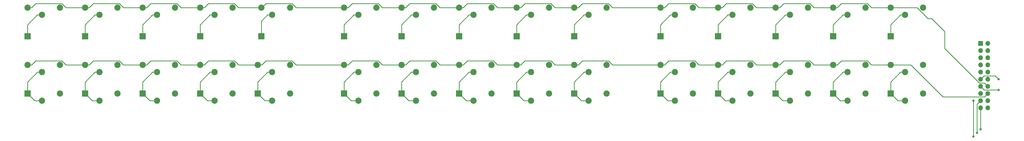
<source format=gbr>
G04 #@! TF.GenerationSoftware,KiCad,Pcbnew,5.1.4-e60b266~84~ubuntu18.04.1*
G04 #@! TF.CreationDate,2019-09-03T19:41:16+02:00*
G04 #@! TF.ProjectId,xFaders_keys,78466164-6572-4735-9f6b-6579732e6b69,rev?*
G04 #@! TF.SameCoordinates,Original*
G04 #@! TF.FileFunction,Copper,L2,Bot*
G04 #@! TF.FilePolarity,Positive*
%FSLAX46Y46*%
G04 Gerber Fmt 4.6, Leading zero omitted, Abs format (unit mm)*
G04 Created by KiCad (PCBNEW 5.1.4-e60b266~84~ubuntu18.04.1) date 2019-09-03 19:41:16*
%MOMM*%
%LPD*%
G04 APERTURE LIST*
%ADD10C,2.200000*%
%ADD11O,2.200000X2.200000*%
%ADD12R,2.200000X2.200000*%
%ADD13O,1.700000X1.700000*%
%ADD14R,1.700000X1.700000*%
%ADD15C,0.800000*%
%ADD16C,0.250000*%
G04 APERTURE END LIST*
D10*
X133350000Y-147320000D03*
X139700000Y-144780000D03*
X356870000Y-147320000D03*
X363220000Y-144780000D03*
D11*
X351790000Y-165100000D03*
D12*
X351790000Y-175260000D03*
D11*
X331470000Y-165100000D03*
D12*
X331470000Y-175260000D03*
D11*
X311150000Y-165100000D03*
D12*
X311150000Y-175260000D03*
D11*
X290830000Y-165100000D03*
D12*
X290830000Y-175260000D03*
D11*
X270510000Y-165100000D03*
D12*
X270510000Y-175260000D03*
D11*
X351790000Y-144780000D03*
D12*
X351790000Y-154940000D03*
D11*
X331470000Y-144780000D03*
D12*
X331470000Y-154940000D03*
D11*
X311150000Y-144780000D03*
D12*
X311150000Y-154940000D03*
D11*
X290830000Y-144780000D03*
D12*
X290830000Y-154940000D03*
D11*
X270510000Y-144780000D03*
D12*
X270510000Y-154940000D03*
D11*
X240030000Y-165100000D03*
D12*
X240030000Y-175260000D03*
D11*
X219710000Y-165100000D03*
D12*
X219710000Y-175260000D03*
D11*
X199390000Y-165100000D03*
D12*
X199390000Y-175260000D03*
D11*
X179070000Y-165100000D03*
D12*
X179070000Y-175260000D03*
D11*
X158750000Y-165100000D03*
D12*
X158750000Y-175260000D03*
D11*
X240030000Y-144780000D03*
D12*
X240030000Y-154940000D03*
D11*
X219710000Y-144780000D03*
D12*
X219710000Y-154940000D03*
D11*
X199390000Y-144780000D03*
D12*
X199390000Y-154940000D03*
D11*
X179070000Y-144780000D03*
D12*
X179070000Y-154940000D03*
D11*
X158750000Y-144780000D03*
D12*
X158750000Y-154940000D03*
D11*
X128270000Y-165100000D03*
D12*
X128270000Y-175260000D03*
D11*
X107950000Y-165100000D03*
D12*
X107950000Y-175260000D03*
D11*
X87630000Y-165100000D03*
D12*
X87630000Y-175260000D03*
D11*
X67310000Y-165100000D03*
D12*
X67310000Y-175260000D03*
D11*
X46990000Y-165100000D03*
D12*
X46990000Y-175260000D03*
D11*
X129540000Y-144780000D03*
D12*
X129540000Y-154940000D03*
D11*
X107950000Y-144780000D03*
D12*
X107950000Y-154940000D03*
D11*
X87630000Y-144780000D03*
D12*
X87630000Y-154940000D03*
D11*
X67310000Y-144780000D03*
D12*
X67310000Y-154940000D03*
D11*
X46990000Y-144780000D03*
D12*
X46990000Y-154940000D03*
D10*
X356870000Y-177800000D03*
X363220000Y-175260000D03*
X356870000Y-167640000D03*
X363220000Y-165100000D03*
X336550000Y-177800000D03*
X342900000Y-175260000D03*
X316230000Y-177800000D03*
X322580000Y-175260000D03*
X295910000Y-177800000D03*
X302260000Y-175260000D03*
X275590000Y-167640000D03*
X281940000Y-165100000D03*
X336550000Y-167640000D03*
X342900000Y-165100000D03*
X316230000Y-167640000D03*
X322580000Y-165100000D03*
X295910000Y-167640000D03*
X302260000Y-165100000D03*
X275590000Y-177800000D03*
X281940000Y-175260000D03*
X336550000Y-147320000D03*
X342900000Y-144780000D03*
X316230000Y-147320000D03*
X322580000Y-144780000D03*
X295910000Y-147320000D03*
X302260000Y-144780000D03*
X275590000Y-147320000D03*
X281940000Y-144780000D03*
X245110000Y-177800000D03*
X251460000Y-175260000D03*
X224790000Y-177800000D03*
X231140000Y-175260000D03*
X204470000Y-177800000D03*
X210820000Y-175260000D03*
X184150000Y-177800000D03*
X190500000Y-175260000D03*
X163830000Y-177800000D03*
X170180000Y-175260000D03*
X245110000Y-167640000D03*
X251460000Y-165100000D03*
X224790000Y-167640000D03*
X231140000Y-165100000D03*
X204470000Y-167640000D03*
X210820000Y-165100000D03*
X184150000Y-167640000D03*
X190500000Y-165100000D03*
X163830000Y-167640000D03*
X170180000Y-165100000D03*
X245110000Y-147320000D03*
X251460000Y-144780000D03*
X224790000Y-147320000D03*
X231140000Y-144780000D03*
X204470000Y-147320000D03*
X210820000Y-144780000D03*
X184150000Y-147320000D03*
X190500000Y-144780000D03*
X163830000Y-147320000D03*
X170180000Y-144780000D03*
X133350000Y-177800000D03*
X139700000Y-175260000D03*
X113030000Y-177800000D03*
X119380000Y-175260000D03*
X92710000Y-177800000D03*
X99060000Y-175260000D03*
X72390000Y-177800000D03*
X78740000Y-175260000D03*
X52070000Y-177800000D03*
X58420000Y-175260000D03*
X133350000Y-167640000D03*
X139700000Y-165100000D03*
X113030000Y-167640000D03*
X119380000Y-165100000D03*
X92710000Y-167640000D03*
X99060000Y-165100000D03*
X72390000Y-167640000D03*
X78740000Y-165100000D03*
X52070000Y-167640000D03*
X58420000Y-165100000D03*
X113030000Y-147320000D03*
X119380000Y-144780000D03*
X92710000Y-147320000D03*
X99060000Y-144780000D03*
X72390000Y-147320000D03*
X78740000Y-144780000D03*
X52070000Y-147320000D03*
X58420000Y-144780000D03*
D13*
X386080000Y-180340000D03*
X383540000Y-180340000D03*
X386080000Y-177800000D03*
X383540000Y-177800000D03*
X386080000Y-175260000D03*
X383540000Y-175260000D03*
X386080000Y-172720000D03*
X383540000Y-172720000D03*
X386080000Y-170180000D03*
X383540000Y-170180000D03*
X386080000Y-167640000D03*
X383540000Y-167640000D03*
X386080000Y-165100000D03*
X383540000Y-165100000D03*
X386080000Y-162560000D03*
X383540000Y-162560000D03*
X386080000Y-160020000D03*
X383540000Y-160020000D03*
X386080000Y-157480000D03*
D14*
X383540000Y-157480000D03*
D15*
X383540000Y-187960000D03*
X382270000Y-189230000D03*
X381000000Y-190500000D03*
X381000000Y-177800000D03*
X389890000Y-173990000D03*
X389890000Y-170180000D03*
D16*
X383540000Y-187960000D02*
X383540000Y-180340000D01*
X382270000Y-179070000D02*
X383540000Y-177800000D01*
X382270000Y-189230000D02*
X382270000Y-179070000D01*
X332920000Y-165100000D02*
X331470000Y-165100000D01*
X334345001Y-163674999D02*
X332920000Y-165100000D01*
X343584001Y-163674999D02*
X334345001Y-163674999D01*
X345009002Y-165100000D02*
X343584001Y-163674999D01*
X351790000Y-165100000D02*
X345009002Y-165100000D01*
X314025001Y-163674999D02*
X312600000Y-165100000D01*
X323264001Y-163674999D02*
X314025001Y-163674999D01*
X324689002Y-165100000D02*
X323264001Y-163674999D01*
X312600000Y-165100000D02*
X311150000Y-165100000D01*
X331470000Y-165100000D02*
X324689002Y-165100000D01*
X292280000Y-165100000D02*
X290830000Y-165100000D01*
X293705001Y-163674999D02*
X292280000Y-165100000D01*
X304369002Y-165100000D02*
X302944001Y-163674999D01*
X302944001Y-163674999D02*
X293705001Y-163674999D01*
X311150000Y-165100000D02*
X304369002Y-165100000D01*
X282624001Y-163674999D02*
X273385001Y-163674999D01*
X271960000Y-165100000D02*
X270510000Y-165100000D01*
X284049002Y-165100000D02*
X282624001Y-163674999D01*
X273385001Y-163674999D02*
X271960000Y-165100000D01*
X290830000Y-165100000D02*
X284049002Y-165100000D01*
X241480000Y-165100000D02*
X240030000Y-165100000D01*
X242905001Y-163674999D02*
X241480000Y-165100000D01*
X252144001Y-163674999D02*
X242905001Y-163674999D01*
X253569002Y-165100000D02*
X252144001Y-163674999D01*
X270510000Y-165100000D02*
X253569002Y-165100000D01*
X222585001Y-163674999D02*
X221160000Y-165100000D01*
X233249002Y-165100000D02*
X231824001Y-163674999D01*
X221160000Y-165100000D02*
X219710000Y-165100000D01*
X231824001Y-163674999D02*
X222585001Y-163674999D01*
X240030000Y-165100000D02*
X233249002Y-165100000D01*
X202265001Y-163674999D02*
X200840000Y-165100000D01*
X200840000Y-165100000D02*
X199390000Y-165100000D01*
X211504001Y-163674999D02*
X202265001Y-163674999D01*
X212929002Y-165100000D02*
X211504001Y-163674999D01*
X219710000Y-165100000D02*
X212929002Y-165100000D01*
X180520000Y-165100000D02*
X179070000Y-165100000D01*
X191184001Y-163674999D02*
X181945001Y-163674999D01*
X181945001Y-163674999D02*
X180520000Y-165100000D01*
X192609002Y-165100000D02*
X191184001Y-163674999D01*
X199390000Y-165100000D02*
X192609002Y-165100000D01*
X160200000Y-165100000D02*
X158750000Y-165100000D01*
X161625001Y-163674999D02*
X160200000Y-165100000D01*
X170864001Y-163674999D02*
X161625001Y-163674999D01*
X172289002Y-165100000D02*
X170864001Y-163674999D01*
X179070000Y-165100000D02*
X172289002Y-165100000D01*
X129720000Y-165100000D02*
X128270000Y-165100000D01*
X131145001Y-163674999D02*
X129720000Y-165100000D01*
X140384001Y-163674999D02*
X131145001Y-163674999D01*
X141809002Y-165100000D02*
X140384001Y-163674999D01*
X110825001Y-163674999D02*
X109400000Y-165100000D01*
X120064001Y-163674999D02*
X110825001Y-163674999D01*
X121489002Y-165100000D02*
X120064001Y-163674999D01*
X109400000Y-165100000D02*
X107950000Y-165100000D01*
X128270000Y-165100000D02*
X121489002Y-165100000D01*
X89080000Y-165100000D02*
X87630000Y-165100000D01*
X99744001Y-163674999D02*
X90505001Y-163674999D01*
X101169002Y-165100000D02*
X99744001Y-163674999D01*
X90505001Y-163674999D02*
X89080000Y-165100000D01*
X107950000Y-165100000D02*
X101169002Y-165100000D01*
X68760000Y-165100000D02*
X67310000Y-165100000D01*
X70185001Y-163674999D02*
X68760000Y-165100000D01*
X79424001Y-163674999D02*
X70185001Y-163674999D01*
X80849002Y-165100000D02*
X79424001Y-163674999D01*
X87630000Y-165100000D02*
X80849002Y-165100000D01*
X48440000Y-165100000D02*
X46990000Y-165100000D01*
X49865001Y-163674999D02*
X48440000Y-165100000D01*
X59104001Y-163674999D02*
X49865001Y-163674999D01*
X60529002Y-165100000D02*
X59104001Y-163674999D01*
X67310000Y-165100000D02*
X60529002Y-165100000D01*
X384904999Y-176435001D02*
X385230001Y-176109999D01*
X385230001Y-176109999D02*
X386080000Y-175260000D01*
X358940998Y-165100000D02*
X370275999Y-176435001D01*
X370275999Y-176435001D02*
X384904999Y-176435001D01*
X351790000Y-165100000D02*
X358940998Y-165100000D01*
X141809002Y-165100000D02*
X158750000Y-165100000D01*
X381000000Y-190500000D02*
X381000000Y-177800000D01*
X334345001Y-143354999D02*
X332920000Y-144780000D01*
X343584001Y-143354999D02*
X334345001Y-143354999D01*
X332920000Y-144780000D02*
X331470000Y-144780000D01*
X345009002Y-144780000D02*
X343584001Y-143354999D01*
X351790000Y-144780000D02*
X345009002Y-144780000D01*
X323264001Y-143354999D02*
X314025001Y-143354999D01*
X324689002Y-144780000D02*
X323264001Y-143354999D01*
X312600000Y-144780000D02*
X311150000Y-144780000D01*
X314025001Y-143354999D02*
X312600000Y-144780000D01*
X331470000Y-144780000D02*
X324689002Y-144780000D01*
X292280000Y-144780000D02*
X290830000Y-144780000D01*
X302944001Y-143354999D02*
X293705001Y-143354999D01*
X293705001Y-143354999D02*
X292280000Y-144780000D01*
X304369002Y-144780000D02*
X302944001Y-143354999D01*
X311150000Y-144780000D02*
X304369002Y-144780000D01*
X282624001Y-143354999D02*
X273385001Y-143354999D01*
X271960000Y-144780000D02*
X270510000Y-144780000D01*
X284049002Y-144780000D02*
X282624001Y-143354999D01*
X273385001Y-143354999D02*
X271960000Y-144780000D01*
X290830000Y-144780000D02*
X284049002Y-144780000D01*
X241480000Y-144780000D02*
X240030000Y-144780000D01*
X242905001Y-143354999D02*
X241480000Y-144780000D01*
X252144001Y-143354999D02*
X242905001Y-143354999D01*
X253569002Y-144780000D02*
X252144001Y-143354999D01*
X270510000Y-144780000D02*
X253569002Y-144780000D01*
X366324001Y-148684999D02*
X370840000Y-153200998D01*
X365015997Y-148684999D02*
X366324001Y-148684999D01*
X351790000Y-144780000D02*
X361110998Y-144780000D01*
X361110998Y-144780000D02*
X365015997Y-148684999D01*
X385230001Y-171870001D02*
X386080000Y-172720000D01*
X384904999Y-171544999D02*
X385230001Y-171870001D01*
X383165997Y-171544999D02*
X384904999Y-171544999D01*
X370840000Y-159219002D02*
X383165997Y-171544999D01*
X370840000Y-153200998D02*
X370840000Y-159219002D01*
X222585001Y-143354999D02*
X221160000Y-144780000D01*
X231824001Y-143354999D02*
X222585001Y-143354999D01*
X233249002Y-144780000D02*
X231824001Y-143354999D01*
X221160000Y-144780000D02*
X219710000Y-144780000D01*
X240030000Y-144780000D02*
X233249002Y-144780000D01*
X200840000Y-144780000D02*
X199390000Y-144780000D01*
X212929002Y-144780000D02*
X211504001Y-143354999D01*
X202265001Y-143354999D02*
X200840000Y-144780000D01*
X211504001Y-143354999D02*
X202265001Y-143354999D01*
X219710000Y-144780000D02*
X212929002Y-144780000D01*
X180520000Y-144780000D02*
X179070000Y-144780000D01*
X181945001Y-143354999D02*
X180520000Y-144780000D01*
X191184001Y-143354999D02*
X181945001Y-143354999D01*
X192609002Y-144780000D02*
X191184001Y-143354999D01*
X199390000Y-144780000D02*
X192609002Y-144780000D01*
X161625001Y-143354999D02*
X160200000Y-144780000D01*
X160200000Y-144780000D02*
X158750000Y-144780000D01*
X170864001Y-143354999D02*
X161625001Y-143354999D01*
X172289002Y-144780000D02*
X170864001Y-143354999D01*
X179070000Y-144780000D02*
X172289002Y-144780000D01*
X89080000Y-144780000D02*
X87630000Y-144780000D01*
X90505001Y-143354999D02*
X89080000Y-144780000D01*
X99744001Y-143354999D02*
X90505001Y-143354999D01*
X101169002Y-144780000D02*
X99744001Y-143354999D01*
X107950000Y-144780000D02*
X101169002Y-144780000D01*
X68760000Y-144780000D02*
X67310000Y-144780000D01*
X79424001Y-143354999D02*
X70185001Y-143354999D01*
X80849002Y-144780000D02*
X79424001Y-143354999D01*
X70185001Y-143354999D02*
X68760000Y-144780000D01*
X87630000Y-144780000D02*
X80849002Y-144780000D01*
X48440000Y-144780000D02*
X46990000Y-144780000D01*
X59104001Y-143354999D02*
X49865001Y-143354999D01*
X49865001Y-143354999D02*
X48440000Y-144780000D01*
X60529002Y-144780000D02*
X59104001Y-143354999D01*
X67310000Y-144780000D02*
X60529002Y-144780000D01*
X141809002Y-144780000D02*
X158750000Y-144780000D01*
X140384001Y-143354999D02*
X141809002Y-144780000D01*
X131145001Y-143354999D02*
X140384001Y-143354999D01*
X109400000Y-144780000D02*
X110825001Y-143354999D01*
X107950000Y-144780000D02*
X109400000Y-144780000D01*
X110825001Y-143354999D02*
X120064001Y-143354999D01*
X129720000Y-144780000D02*
X131145001Y-143354999D01*
X120064001Y-143354999D02*
X121489002Y-144780000D01*
X121489002Y-144780000D02*
X129720000Y-144780000D01*
X384810000Y-173990000D02*
X383540000Y-172720000D01*
X389890000Y-173990000D02*
X384810000Y-173990000D01*
X384389999Y-169330001D02*
X383540000Y-170180000D01*
X388714999Y-169004999D02*
X384715001Y-169004999D01*
X389890000Y-170180000D02*
X388714999Y-169004999D01*
X384715001Y-169004999D02*
X384389999Y-169330001D01*
X46990000Y-150844366D02*
X50514366Y-147320000D01*
X50514366Y-147320000D02*
X52070000Y-147320000D01*
X46990000Y-154940000D02*
X46990000Y-150844366D01*
X70834366Y-147320000D02*
X72390000Y-147320000D01*
X67310000Y-150844366D02*
X70834366Y-147320000D01*
X67310000Y-154940000D02*
X67310000Y-150844366D01*
X91154366Y-147320000D02*
X92710000Y-147320000D01*
X87630000Y-150844366D02*
X91154366Y-147320000D01*
X87630000Y-154940000D02*
X87630000Y-150844366D01*
X107950000Y-153242944D02*
X107950000Y-154940000D01*
X107950000Y-150844366D02*
X107950000Y-153242944D01*
X111474366Y-147320000D02*
X107950000Y-150844366D01*
X113030000Y-147320000D02*
X111474366Y-147320000D01*
X131794366Y-147320000D02*
X133350000Y-147320000D01*
X129540000Y-149574366D02*
X131794366Y-147320000D01*
X129540000Y-154940000D02*
X129540000Y-149574366D01*
X50514366Y-167640000D02*
X52070000Y-167640000D01*
X46990000Y-171164366D02*
X50514366Y-167640000D01*
X46990000Y-175260000D02*
X46990000Y-171164366D01*
X49530000Y-177800000D02*
X46990000Y-175260000D01*
X52070000Y-177800000D02*
X49530000Y-177800000D01*
X69850000Y-177800000D02*
X67310000Y-175260000D01*
X72390000Y-177800000D02*
X69850000Y-177800000D01*
X70834366Y-167640000D02*
X72390000Y-167640000D01*
X67310000Y-171164366D02*
X70834366Y-167640000D01*
X67310000Y-175260000D02*
X67310000Y-171164366D01*
X87630000Y-173562944D02*
X87630000Y-175260000D01*
X87630000Y-171164366D02*
X87630000Y-173562944D01*
X91154366Y-167640000D02*
X87630000Y-171164366D01*
X92710000Y-167640000D02*
X91154366Y-167640000D01*
X90170000Y-177800000D02*
X87630000Y-175260000D01*
X92710000Y-177800000D02*
X90170000Y-177800000D01*
X107950000Y-171164366D02*
X107950000Y-173562944D01*
X111474366Y-167640000D02*
X107950000Y-171164366D01*
X107950000Y-173562944D02*
X107950000Y-175260000D01*
X113030000Y-167640000D02*
X111474366Y-167640000D01*
X110490000Y-177800000D02*
X107950000Y-175260000D01*
X113030000Y-177800000D02*
X110490000Y-177800000D01*
X128270000Y-173562944D02*
X128270000Y-175260000D01*
X128270000Y-171164366D02*
X128270000Y-173562944D01*
X131794366Y-167640000D02*
X128270000Y-171164366D01*
X133350000Y-167640000D02*
X131794366Y-167640000D01*
X130810000Y-177800000D02*
X128270000Y-175260000D01*
X133350000Y-177800000D02*
X130810000Y-177800000D01*
X158750000Y-153242944D02*
X158750000Y-154940000D01*
X158750000Y-150844366D02*
X158750000Y-153242944D01*
X162274366Y-147320000D02*
X158750000Y-150844366D01*
X163830000Y-147320000D02*
X162274366Y-147320000D01*
X179070000Y-153242944D02*
X179070000Y-154940000D01*
X179070000Y-150844366D02*
X179070000Y-153242944D01*
X182594366Y-147320000D02*
X179070000Y-150844366D01*
X184150000Y-147320000D02*
X182594366Y-147320000D01*
X199390000Y-153242944D02*
X199390000Y-154940000D01*
X199390000Y-150844366D02*
X199390000Y-153242944D01*
X202914366Y-147320000D02*
X199390000Y-150844366D01*
X204470000Y-147320000D02*
X202914366Y-147320000D01*
X219710000Y-150844366D02*
X219710000Y-153242944D01*
X219710000Y-153242944D02*
X219710000Y-154940000D01*
X223234366Y-147320000D02*
X219710000Y-150844366D01*
X224790000Y-147320000D02*
X223234366Y-147320000D01*
X243554366Y-147320000D02*
X245110000Y-147320000D01*
X240030000Y-150844366D02*
X243554366Y-147320000D01*
X240030000Y-154940000D02*
X240030000Y-150844366D01*
X158750000Y-171164366D02*
X158750000Y-173562944D01*
X158750000Y-173562944D02*
X158750000Y-175260000D01*
X162274366Y-167640000D02*
X158750000Y-171164366D01*
X163830000Y-167640000D02*
X162274366Y-167640000D01*
X161290000Y-177800000D02*
X158750000Y-175260000D01*
X163830000Y-177800000D02*
X161290000Y-177800000D01*
X181610000Y-177800000D02*
X179070000Y-175260000D01*
X184150000Y-177800000D02*
X181610000Y-177800000D01*
X179070000Y-171164366D02*
X182594366Y-167640000D01*
X182594366Y-167640000D02*
X184150000Y-167640000D01*
X179070000Y-175260000D02*
X179070000Y-171164366D01*
X202914366Y-167640000D02*
X204470000Y-167640000D01*
X199390000Y-171164366D02*
X202914366Y-167640000D01*
X199390000Y-175260000D02*
X199390000Y-171164366D01*
X201930000Y-177800000D02*
X199390000Y-175260000D01*
X204470000Y-177800000D02*
X201930000Y-177800000D01*
X223234366Y-167640000D02*
X224790000Y-167640000D01*
X219710000Y-171164366D02*
X223234366Y-167640000D01*
X219710000Y-175260000D02*
X219710000Y-171164366D01*
X222250000Y-177800000D02*
X219710000Y-175260000D01*
X224790000Y-177800000D02*
X222250000Y-177800000D01*
X242570000Y-177800000D02*
X240030000Y-175260000D01*
X245110000Y-177800000D02*
X242570000Y-177800000D01*
X243554366Y-167640000D02*
X245110000Y-167640000D01*
X240030000Y-171164366D02*
X243554366Y-167640000D01*
X240030000Y-175260000D02*
X240030000Y-171164366D01*
X274034366Y-147320000D02*
X275590000Y-147320000D01*
X270510000Y-150844366D02*
X274034366Y-147320000D01*
X270510000Y-154940000D02*
X270510000Y-150844366D01*
X290830000Y-150844366D02*
X294354366Y-147320000D01*
X294354366Y-147320000D02*
X295910000Y-147320000D01*
X290830000Y-154940000D02*
X290830000Y-150844366D01*
X311150000Y-153242944D02*
X311150000Y-154940000D01*
X311150000Y-150844366D02*
X311150000Y-153242944D01*
X314674366Y-147320000D02*
X311150000Y-150844366D01*
X316230000Y-147320000D02*
X314674366Y-147320000D01*
X334994366Y-147320000D02*
X336550000Y-147320000D01*
X331470000Y-150844366D02*
X334994366Y-147320000D01*
X331470000Y-154940000D02*
X331470000Y-150844366D01*
X351790000Y-153242944D02*
X351790000Y-154940000D01*
X351790000Y-150844366D02*
X351790000Y-153242944D01*
X355314366Y-147320000D02*
X351790000Y-150844366D01*
X356870000Y-147320000D02*
X355314366Y-147320000D01*
X273050000Y-177800000D02*
X270510000Y-175260000D01*
X275590000Y-177800000D02*
X273050000Y-177800000D01*
X274034366Y-167640000D02*
X275590000Y-167640000D01*
X270510000Y-171164366D02*
X274034366Y-167640000D01*
X270510000Y-175260000D02*
X270510000Y-171164366D01*
X293370000Y-177800000D02*
X290830000Y-175260000D01*
X295910000Y-177800000D02*
X293370000Y-177800000D01*
X294354366Y-167640000D02*
X295910000Y-167640000D01*
X290830000Y-171164366D02*
X294354366Y-167640000D01*
X290830000Y-175260000D02*
X290830000Y-171164366D01*
X314674366Y-167640000D02*
X316230000Y-167640000D01*
X311150000Y-171164366D02*
X314674366Y-167640000D01*
X311150000Y-175260000D02*
X311150000Y-171164366D01*
X313690000Y-177800000D02*
X311150000Y-175260000D01*
X316230000Y-177800000D02*
X313690000Y-177800000D01*
X334010000Y-177800000D02*
X331470000Y-175260000D01*
X336550000Y-177800000D02*
X334010000Y-177800000D01*
X334994366Y-167640000D02*
X336550000Y-167640000D01*
X331470000Y-171164366D02*
X334994366Y-167640000D01*
X331470000Y-175260000D02*
X331470000Y-171164366D01*
X351790000Y-171164366D02*
X351790000Y-173562944D01*
X355314366Y-167640000D02*
X351790000Y-171164366D01*
X351790000Y-173562944D02*
X351790000Y-175260000D01*
X356870000Y-167640000D02*
X355314366Y-167640000D01*
X354330000Y-177800000D02*
X351790000Y-175260000D01*
X356870000Y-177800000D02*
X354330000Y-177800000D01*
M02*

</source>
